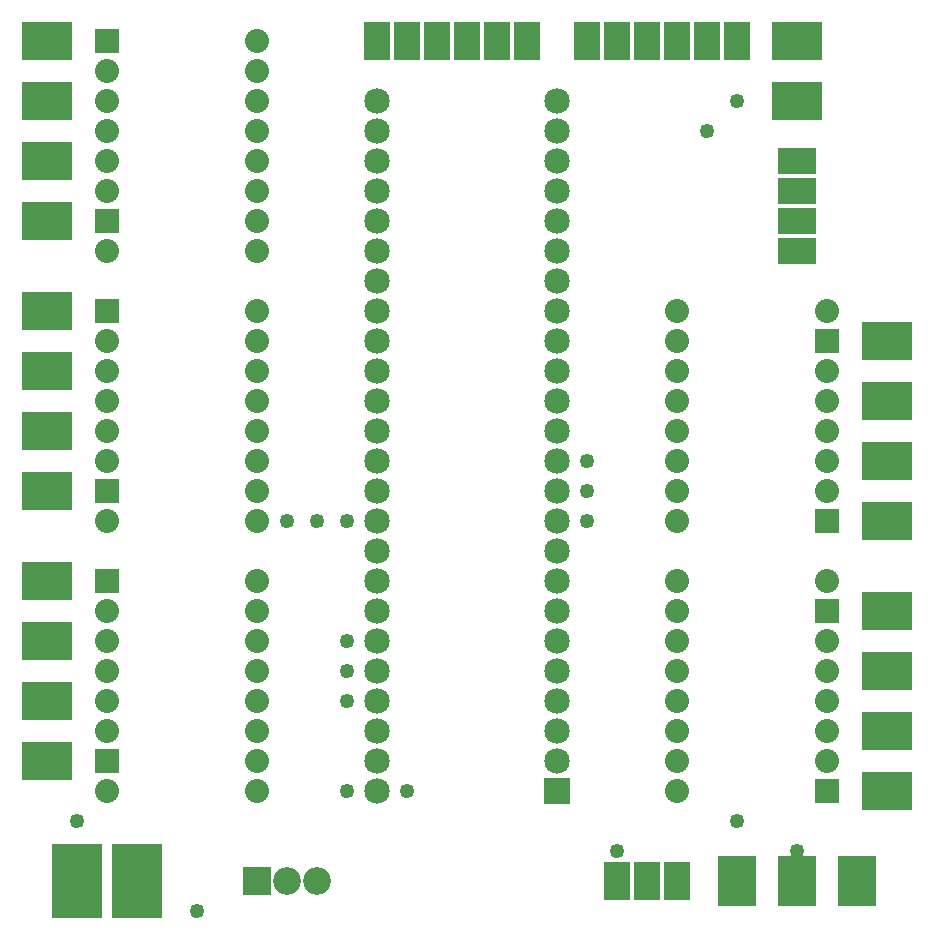
<source format=gts>
G04 MADE WITH FRITZING*
G04 WWW.FRITZING.ORG*
G04 DOUBLE SIDED*
G04 HOLES PLATED*
G04 CONTOUR ON CENTER OF CONTOUR VECTOR*
%ASAXBY*%
%FSLAX23Y23*%
%MOIN*%
%OFA0B0*%
%SFA1.0B1.0*%
%ADD10C,0.085000*%
%ADD11C,0.049370*%
%ADD12C,0.092000*%
%ADD13C,0.080000*%
%ADD14R,0.085000X0.085000*%
%ADD15R,0.092000X0.092000*%
%ADD16R,0.080000X0.080000*%
%ADD17R,0.167480X0.128110*%
%ADD18R,0.128110X0.167480*%
%ADD19R,0.167480X0.246220*%
%ADD20R,0.088740X0.128110*%
%ADD21R,0.128110X0.088740*%
%LNMASK1*%
G90*
G70*
G54D10*
X1825Y563D03*
X1225Y563D03*
X1825Y663D03*
X1225Y663D03*
X1825Y763D03*
X1225Y763D03*
X1825Y863D03*
X1225Y863D03*
X1825Y963D03*
X1225Y963D03*
X1825Y1063D03*
X1225Y1063D03*
X1825Y1163D03*
X1225Y1163D03*
X1825Y1263D03*
X1225Y1263D03*
X1825Y1363D03*
X1225Y1363D03*
X1825Y1463D03*
X1225Y1463D03*
X1825Y1563D03*
X1225Y1563D03*
X1825Y1663D03*
X1225Y1663D03*
X1825Y1763D03*
X1225Y1763D03*
X1825Y1863D03*
X1225Y1863D03*
X1825Y1963D03*
X1225Y1963D03*
X1825Y2063D03*
X1225Y2063D03*
X1825Y2163D03*
X1225Y2163D03*
X1825Y2263D03*
X1225Y2263D03*
X1825Y2363D03*
X1225Y2363D03*
X1825Y2463D03*
X1225Y2463D03*
X1825Y2563D03*
X1225Y2563D03*
X1825Y2663D03*
X1225Y2663D03*
X1825Y2763D03*
X1225Y2763D03*
X1825Y2863D03*
X1225Y2863D03*
G54D11*
X625Y163D03*
X2325Y2763D03*
X2425Y2863D03*
X2625Y363D03*
X2425Y463D03*
X1925Y1663D03*
X1925Y1563D03*
X1925Y1463D03*
X1125Y863D03*
X1125Y963D03*
X1125Y1063D03*
X1125Y563D03*
X1325Y563D03*
X225Y463D03*
X2025Y363D03*
X924Y1464D03*
X1025Y1463D03*
X1125Y1463D03*
G54D12*
X825Y263D03*
X925Y263D03*
X1025Y263D03*
G54D13*
X2225Y1263D03*
X2725Y1263D03*
X2225Y1163D03*
X2725Y1163D03*
X2225Y1063D03*
X2725Y1063D03*
X2225Y963D03*
X2725Y963D03*
X2225Y863D03*
X2725Y863D03*
X2225Y763D03*
X2725Y763D03*
X2225Y663D03*
X2725Y663D03*
X2225Y563D03*
X2725Y563D03*
X825Y2363D03*
X325Y2363D03*
X825Y2463D03*
X325Y2463D03*
X825Y2563D03*
X325Y2563D03*
X825Y2663D03*
X325Y2663D03*
X825Y2763D03*
X325Y2763D03*
X825Y2863D03*
X325Y2863D03*
X825Y2963D03*
X325Y2963D03*
X825Y3063D03*
X325Y3063D03*
X825Y1463D03*
X325Y1463D03*
X825Y1563D03*
X325Y1563D03*
X825Y1663D03*
X325Y1663D03*
X825Y1763D03*
X325Y1763D03*
X825Y1863D03*
X325Y1863D03*
X825Y1963D03*
X325Y1963D03*
X825Y2063D03*
X325Y2063D03*
X825Y2163D03*
X325Y2163D03*
X825Y563D03*
X325Y563D03*
X825Y663D03*
X325Y663D03*
X825Y763D03*
X325Y763D03*
X825Y863D03*
X325Y863D03*
X825Y963D03*
X325Y963D03*
X825Y1063D03*
X325Y1063D03*
X825Y1163D03*
X325Y1163D03*
X825Y1263D03*
X325Y1263D03*
X2225Y2163D03*
X2725Y2163D03*
X2225Y2063D03*
X2725Y2063D03*
X2225Y1963D03*
X2725Y1963D03*
X2225Y1863D03*
X2725Y1863D03*
X2225Y1763D03*
X2725Y1763D03*
X2225Y1663D03*
X2725Y1663D03*
X2225Y1563D03*
X2725Y1563D03*
X2225Y1463D03*
X2725Y1463D03*
G54D14*
X1825Y563D03*
G54D15*
X825Y263D03*
G54D16*
X2725Y563D03*
X2725Y1163D03*
X325Y3063D03*
X325Y2463D03*
X325Y2163D03*
X325Y1563D03*
X325Y1263D03*
X325Y663D03*
X2725Y1463D03*
X2725Y2063D03*
G54D17*
X2925Y1463D03*
X2925Y1663D03*
X2925Y1863D03*
G54D18*
X2425Y263D03*
X2625Y263D03*
X2825Y263D03*
G54D17*
X2625Y2863D03*
X2625Y3063D03*
X2925Y2063D03*
X2925Y563D03*
X2925Y763D03*
X2925Y963D03*
X2925Y1163D03*
X125Y3063D03*
X125Y2863D03*
X125Y2663D03*
X125Y2463D03*
X125Y2163D03*
X125Y1963D03*
X125Y1763D03*
X125Y1563D03*
X125Y1263D03*
X125Y1063D03*
X125Y863D03*
X125Y663D03*
G54D19*
X225Y263D03*
X425Y263D03*
G54D20*
X2225Y3063D03*
X2125Y3063D03*
X2025Y3063D03*
X1225Y3063D03*
X1325Y3063D03*
X1425Y3063D03*
X1525Y3063D03*
X1625Y3063D03*
X1725Y3063D03*
X2025Y263D03*
X2125Y263D03*
X2225Y263D03*
X1925Y3063D03*
X2325Y3063D03*
X2425Y3063D03*
G54D21*
X2625Y2363D03*
X2625Y2463D03*
X2625Y2563D03*
X2625Y2663D03*
G04 End of Mask1*
M02*
</source>
